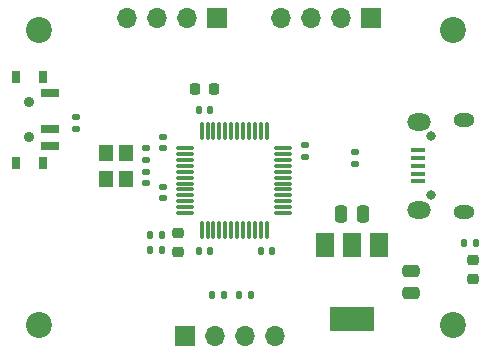
<source format=gbr>
%TF.GenerationSoftware,KiCad,Pcbnew,(6.0.8)*%
%TF.CreationDate,2022-11-08T11:47:25+01:00*%
%TF.ProjectId,stm32,73746d33-322e-46b6-9963-61645f706362,rev?*%
%TF.SameCoordinates,Original*%
%TF.FileFunction,Soldermask,Top*%
%TF.FilePolarity,Negative*%
%FSLAX46Y46*%
G04 Gerber Fmt 4.6, Leading zero omitted, Abs format (unit mm)*
G04 Created by KiCad (PCBNEW (6.0.8)) date 2022-11-08 11:47:25*
%MOMM*%
%LPD*%
G01*
G04 APERTURE LIST*
G04 Aperture macros list*
%AMRoundRect*
0 Rectangle with rounded corners*
0 $1 Rounding radius*
0 $2 $3 $4 $5 $6 $7 $8 $9 X,Y pos of 4 corners*
0 Add a 4 corners polygon primitive as box body*
4,1,4,$2,$3,$4,$5,$6,$7,$8,$9,$2,$3,0*
0 Add four circle primitives for the rounded corners*
1,1,$1+$1,$2,$3*
1,1,$1+$1,$4,$5*
1,1,$1+$1,$6,$7*
1,1,$1+$1,$8,$9*
0 Add four rect primitives between the rounded corners*
20,1,$1+$1,$2,$3,$4,$5,0*
20,1,$1+$1,$4,$5,$6,$7,0*
20,1,$1+$1,$6,$7,$8,$9,0*
20,1,$1+$1,$8,$9,$2,$3,0*%
G04 Aperture macros list end*
%ADD10RoundRect,0.140000X0.170000X-0.140000X0.170000X0.140000X-0.170000X0.140000X-0.170000X-0.140000X0*%
%ADD11RoundRect,0.250000X0.475000X-0.250000X0.475000X0.250000X-0.475000X0.250000X-0.475000X-0.250000X0*%
%ADD12C,2.200000*%
%ADD13RoundRect,0.140000X0.140000X0.170000X-0.140000X0.170000X-0.140000X-0.170000X0.140000X-0.170000X0*%
%ADD14O,0.800000X0.800000*%
%ADD15R,1.300000X0.450000*%
%ADD16O,2.000000X1.450000*%
%ADD17O,1.800000X1.150000*%
%ADD18R,1.200000X1.400000*%
%ADD19RoundRect,0.225000X-0.225000X-0.250000X0.225000X-0.250000X0.225000X0.250000X-0.225000X0.250000X0*%
%ADD20RoundRect,0.140000X-0.140000X-0.170000X0.140000X-0.170000X0.140000X0.170000X-0.140000X0.170000X0*%
%ADD21RoundRect,0.135000X-0.185000X0.135000X-0.185000X-0.135000X0.185000X-0.135000X0.185000X0.135000X0*%
%ADD22RoundRect,0.218750X0.256250X-0.218750X0.256250X0.218750X-0.256250X0.218750X-0.256250X-0.218750X0*%
%ADD23RoundRect,0.075000X-0.662500X-0.075000X0.662500X-0.075000X0.662500X0.075000X-0.662500X0.075000X0*%
%ADD24RoundRect,0.075000X-0.075000X-0.662500X0.075000X-0.662500X0.075000X0.662500X-0.075000X0.662500X0*%
%ADD25RoundRect,0.135000X0.135000X0.185000X-0.135000X0.185000X-0.135000X-0.185000X0.135000X-0.185000X0*%
%ADD26RoundRect,0.140000X-0.170000X0.140000X-0.170000X-0.140000X0.170000X-0.140000X0.170000X0.140000X0*%
%ADD27RoundRect,0.135000X-0.135000X-0.185000X0.135000X-0.185000X0.135000X0.185000X-0.135000X0.185000X0*%
%ADD28R,1.700000X1.700000*%
%ADD29O,1.700000X1.700000*%
%ADD30RoundRect,0.218750X-0.256250X0.218750X-0.256250X-0.218750X0.256250X-0.218750X0.256250X0.218750X0*%
%ADD31R,1.500000X2.000000*%
%ADD32R,3.800000X2.000000*%
%ADD33R,0.800000X1.000000*%
%ADD34C,0.900000*%
%ADD35R,1.500000X0.700000*%
%ADD36RoundRect,0.250000X-0.250000X-0.475000X0.250000X-0.475000X0.250000X0.475000X-0.250000X0.475000X0*%
G04 APERTURE END LIST*
D10*
%TO.C,C8*%
X141700000Y-97930000D03*
X141700000Y-96970000D03*
%TD*%
%TO.C,C4*%
X141700000Y-93680000D03*
X141700000Y-92720000D03*
%TD*%
D11*
%TO.C,C2*%
X162700000Y-106000000D03*
X162700000Y-104100000D03*
%TD*%
D12*
%TO.C,H1*%
X131200000Y-83700000D03*
%TD*%
D13*
%TO.C,C5*%
X150930000Y-102450000D03*
X149970000Y-102450000D03*
%TD*%
D14*
%TO.C,J2*%
X164395000Y-97700000D03*
X164395000Y-92700000D03*
D15*
X163295000Y-96500000D03*
X163295000Y-95850000D03*
X163295000Y-95200000D03*
X163295000Y-94550000D03*
X163295000Y-93900000D03*
D16*
X163345000Y-91475000D03*
D17*
X167145000Y-99075000D03*
X167145000Y-91325000D03*
D16*
X163345000Y-98925000D03*
%TD*%
D18*
%TO.C,Y1*%
X136850000Y-94100000D03*
X136850000Y-96300000D03*
X138550000Y-96300000D03*
X138550000Y-94100000D03*
%TD*%
D13*
%TO.C,C10*%
X141572164Y-102340000D03*
X140612164Y-102340000D03*
%TD*%
D19*
%TO.C,C3*%
X144425000Y-88700000D03*
X145975000Y-88700000D03*
%TD*%
D12*
%TO.C,H2*%
X166200000Y-83700000D03*
%TD*%
D20*
%TO.C,C11*%
X144720000Y-102450000D03*
X145680000Y-102450000D03*
%TD*%
D10*
%TO.C,C12*%
X140200000Y-94680000D03*
X140200000Y-93720000D03*
%TD*%
D21*
%TO.C,R2*%
X134325000Y-91025000D03*
X134325000Y-92045000D03*
%TD*%
D10*
%TO.C,C13*%
X140200000Y-96680000D03*
X140200000Y-95720000D03*
%TD*%
D22*
%TO.C,FB1*%
X142950000Y-102487500D03*
X142950000Y-100912500D03*
%TD*%
D23*
%TO.C,U2*%
X143537500Y-93700000D03*
X143537500Y-94200000D03*
X143537500Y-94700000D03*
X143537500Y-95200000D03*
X143537500Y-95700000D03*
X143537500Y-96200000D03*
X143537500Y-96700000D03*
X143537500Y-97200000D03*
X143537500Y-97700000D03*
X143537500Y-98200000D03*
X143537500Y-98700000D03*
X143537500Y-99200000D03*
D24*
X144950000Y-100612500D03*
X145450000Y-100612500D03*
X145950000Y-100612500D03*
X146450000Y-100612500D03*
X146950000Y-100612500D03*
X147450000Y-100612500D03*
X147950000Y-100612500D03*
X148450000Y-100612500D03*
X148950000Y-100612500D03*
X149450000Y-100612500D03*
X149950000Y-100612500D03*
X150450000Y-100612500D03*
D23*
X151862500Y-99200000D03*
X151862500Y-98700000D03*
X151862500Y-98200000D03*
X151862500Y-97700000D03*
X151862500Y-97200000D03*
X151862500Y-96700000D03*
X151862500Y-96200000D03*
X151862500Y-95700000D03*
X151862500Y-95200000D03*
X151862500Y-94700000D03*
X151862500Y-94200000D03*
X151862500Y-93700000D03*
D24*
X150450000Y-92287500D03*
X149950000Y-92287500D03*
X149450000Y-92287500D03*
X148950000Y-92287500D03*
X148450000Y-92287500D03*
X147950000Y-92287500D03*
X147450000Y-92287500D03*
X146950000Y-92287500D03*
X146450000Y-92287500D03*
X145950000Y-92287500D03*
X145450000Y-92287500D03*
X144950000Y-92287500D03*
%TD*%
D13*
%TO.C,C9*%
X141572164Y-101090000D03*
X140612164Y-101090000D03*
%TD*%
D25*
%TO.C,R5*%
X149110000Y-106150000D03*
X148090000Y-106150000D03*
%TD*%
D20*
%TO.C,C7*%
X144700000Y-90450000D03*
X145660000Y-90450000D03*
%TD*%
D26*
%TO.C,C6*%
X153700000Y-93470000D03*
X153700000Y-94430000D03*
%TD*%
D27*
%TO.C,R1*%
X167140000Y-101712500D03*
X168160000Y-101712500D03*
%TD*%
D12*
%TO.C,H4*%
X166200000Y-108700000D03*
%TD*%
D28*
%TO.C,J3*%
X143550000Y-109650000D03*
D29*
X146090000Y-109650000D03*
X148630000Y-109650000D03*
X151170000Y-109650000D03*
%TD*%
D30*
%TO.C,D1*%
X167900000Y-103175000D03*
X167900000Y-104750000D03*
%TD*%
D27*
%TO.C,R4*%
X145840000Y-106150000D03*
X146860000Y-106150000D03*
%TD*%
D31*
%TO.C,U1*%
X160000000Y-101900000D03*
D32*
X157700000Y-108200000D03*
D31*
X157700000Y-101900000D03*
X155400000Y-101900000D03*
%TD*%
D28*
%TO.C,J4*%
X159250000Y-82700000D03*
D29*
X156710000Y-82700000D03*
X154170000Y-82700000D03*
X151630000Y-82700000D03*
%TD*%
D21*
%TO.C,R3*%
X157950000Y-94065000D03*
X157950000Y-95085000D03*
%TD*%
D33*
%TO.C,SW1*%
X131480000Y-87650000D03*
X129270000Y-94950000D03*
X129270000Y-87650000D03*
X131480000Y-94950000D03*
D34*
X130370000Y-92800000D03*
X130370000Y-89800000D03*
D35*
X132130000Y-89050000D03*
X132130000Y-92050000D03*
X132130000Y-93550000D03*
%TD*%
D36*
%TO.C,C1*%
X156750000Y-99300000D03*
X158650000Y-99300000D03*
%TD*%
D12*
%TO.C,H3*%
X131200000Y-108700000D03*
%TD*%
D28*
%TO.C,J1*%
X146250000Y-82700000D03*
D29*
X143710000Y-82700000D03*
X141170000Y-82700000D03*
X138630000Y-82700000D03*
%TD*%
M02*

</source>
